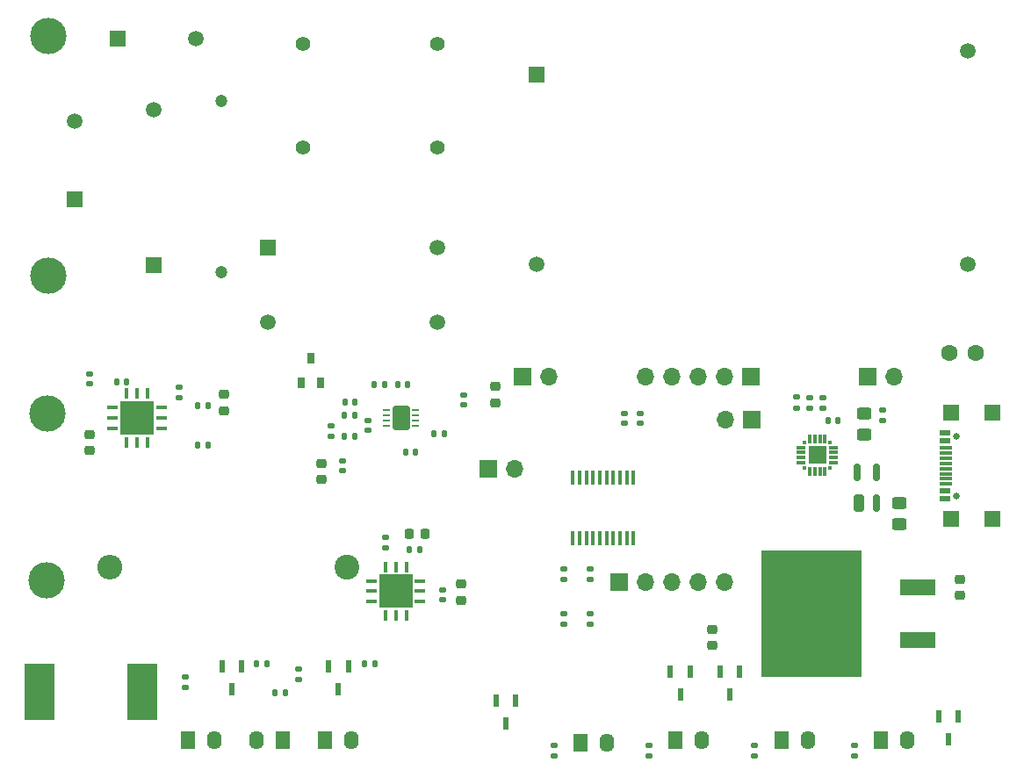
<source format=gbr>
%TF.GenerationSoftware,KiCad,Pcbnew,8.0.7-8.0.7-0~ubuntu24.04.1*%
%TF.CreationDate,2024-12-10T19:47:53+09:00*%
%TF.ProjectId,MRM5-tester,4d524d35-2d74-4657-9374-65722e6b6963,rev?*%
%TF.SameCoordinates,Original*%
%TF.FileFunction,Soldermask,Top*%
%TF.FilePolarity,Negative*%
%FSLAX46Y46*%
G04 Gerber Fmt 4.6, Leading zero omitted, Abs format (unit mm)*
G04 Created by KiCad (PCBNEW 8.0.7-8.0.7-0~ubuntu24.04.1) date 2024-12-10 19:47:53*
%MOMM*%
%LPD*%
G01*
G04 APERTURE LIST*
G04 Aperture macros list*
%AMRoundRect*
0 Rectangle with rounded corners*
0 $1 Rounding radius*
0 $2 $3 $4 $5 $6 $7 $8 $9 X,Y pos of 4 corners*
0 Add a 4 corners polygon primitive as box body*
4,1,4,$2,$3,$4,$5,$6,$7,$8,$9,$2,$3,0*
0 Add four circle primitives for the rounded corners*
1,1,$1+$1,$2,$3*
1,1,$1+$1,$4,$5*
1,1,$1+$1,$6,$7*
1,1,$1+$1,$8,$9*
0 Add four rect primitives between the rounded corners*
20,1,$1+$1,$2,$3,$4,$5,0*
20,1,$1+$1,$4,$5,$6,$7,0*
20,1,$1+$1,$6,$7,$8,$9,0*
20,1,$1+$1,$8,$9,$2,$3,0*%
G04 Aperture macros list end*
%ADD10R,0.450000X1.475000*%
%ADD11RoundRect,0.250000X0.450000X-0.325000X0.450000X0.325000X-0.450000X0.325000X-0.450000X-0.325000X0*%
%ADD12RoundRect,0.140000X-0.170000X0.140000X-0.170000X-0.140000X0.170000X-0.140000X0.170000X0.140000X0*%
%ADD13RoundRect,0.135000X0.135000X0.185000X-0.135000X0.185000X-0.135000X-0.185000X0.135000X-0.185000X0*%
%ADD14RoundRect,0.225000X-0.250000X0.225000X-0.250000X-0.225000X0.250000X-0.225000X0.250000X0.225000X0*%
%ADD15RoundRect,0.225000X0.250000X-0.225000X0.250000X0.225000X-0.250000X0.225000X-0.250000X-0.225000X0*%
%ADD16RoundRect,0.135000X-0.135000X-0.185000X0.135000X-0.185000X0.135000X0.185000X-0.135000X0.185000X0*%
%ADD17C,3.500000*%
%ADD18R,2.900000X5.400000*%
%ADD19RoundRect,0.250000X-0.450000X0.325000X-0.450000X-0.325000X0.450000X-0.325000X0.450000X0.325000X0*%
%ADD20R,1.700000X1.700000*%
%ADD21O,1.700000X1.700000*%
%ADD22R,1.500000X1.500000*%
%ADD23C,1.500000*%
%ADD24R,0.600000X1.150000*%
%ADD25RoundRect,0.140000X0.140000X0.170000X-0.140000X0.170000X-0.140000X-0.170000X0.140000X-0.170000X0*%
%ADD26R,1.400000X1.800000*%
%ADD27O,1.400000X1.800000*%
%ADD28RoundRect,0.062500X-0.287500X-0.062500X0.287500X-0.062500X0.287500X0.062500X-0.287500X0.062500X0*%
%ADD29RoundRect,0.250000X-0.580000X-0.940000X0.580000X-0.940000X0.580000X0.940000X-0.580000X0.940000X0*%
%ADD30RoundRect,0.135000X-0.185000X0.135000X-0.185000X-0.135000X0.185000X-0.135000X0.185000X0.135000X0*%
%ADD31RoundRect,0.135000X0.185000X-0.135000X0.185000X0.135000X-0.185000X0.135000X-0.185000X-0.135000X0*%
%ADD32RoundRect,0.140000X0.170000X-0.140000X0.170000X0.140000X-0.170000X0.140000X-0.170000X-0.140000X0*%
%ADD33RoundRect,0.140000X-0.140000X-0.170000X0.140000X-0.170000X0.140000X0.170000X-0.140000X0.170000X0*%
%ADD34RoundRect,0.250000X0.250000X-0.600000X0.250000X0.600000X-0.250000X0.600000X-0.250000X-0.600000X0*%
%ADD35RoundRect,0.150000X0.150000X-0.700000X0.150000X0.700000X-0.150000X0.700000X-0.150000X-0.700000X0*%
%ADD36R,1.050000X0.300000*%
%ADD37R,0.300000X1.050000*%
%ADD38R,3.220000X3.220000*%
%ADD39C,2.400000*%
%ADD40O,2.400000X2.400000*%
%ADD41R,0.700000X1.000000*%
%ADD42R,3.500000X1.600000*%
%ADD43R,9.750000X12.200000*%
%ADD44C,0.650000*%
%ADD45R,1.040000X0.600000*%
%ADD46R,1.150000X0.300000*%
%ADD47R,1.065000X0.600000*%
%ADD48RoundRect,0.225000X-0.225000X-0.250000X0.225000X-0.250000X0.225000X0.250000X-0.225000X0.250000X0*%
%ADD49C,1.200000*%
%ADD50C,1.600000*%
%ADD51R,0.300000X0.300000*%
%ADD52R,0.900000X0.300000*%
%ADD53R,0.300000X0.900000*%
%ADD54R,1.800000X1.800000*%
%ADD55C,1.400000*%
G04 APERTURE END LIST*
D10*
%TO.C,IC1*%
X162635000Y-109584000D03*
X161985000Y-109584000D03*
X161335000Y-109584000D03*
X160685000Y-109584000D03*
X160035000Y-109584000D03*
X159385000Y-109584000D03*
X158735000Y-109584000D03*
X158085000Y-109584000D03*
X157435000Y-109584000D03*
X156785000Y-109584000D03*
X156785000Y-115460000D03*
X157435000Y-115460000D03*
X158085000Y-115460000D03*
X158735000Y-115460000D03*
X159385000Y-115460000D03*
X160035000Y-115460000D03*
X160685000Y-115460000D03*
X161335000Y-115460000D03*
X161985000Y-115460000D03*
X162635000Y-115460000D03*
%TD*%
D11*
%TO.C,C3*%
X188214000Y-114052000D03*
X188214000Y-112002000D03*
%TD*%
D12*
%TO.C,C12*%
X144216000Y-120396000D03*
X144216000Y-121356000D03*
%TD*%
D13*
%TO.C,R23*%
X144422000Y-105362000D03*
X143402000Y-105362000D03*
%TD*%
D12*
%TO.C,C9*%
X134564000Y-107978000D03*
X134564000Y-108938000D03*
%TD*%
D14*
%TO.C,C24*%
X170180000Y-124206000D03*
X170180000Y-125756000D03*
%TD*%
D15*
%TO.C,C16*%
X149296000Y-102362000D03*
X149296000Y-100812000D03*
%TD*%
D16*
%TO.C,R20*%
X134766000Y-103584000D03*
X135786000Y-103584000D03*
%TD*%
D17*
%TO.C,P1*%
X106198000Y-67020000D03*
%TD*%
D18*
%TO.C,L1*%
X115250000Y-130250000D03*
X105350000Y-130250000D03*
%TD*%
D19*
%TO.C,C5*%
X184856000Y-103378000D03*
X184856000Y-105428000D03*
%TD*%
D16*
%TO.C,R13*%
X128014000Y-130302000D03*
X129034000Y-130302000D03*
%TD*%
D13*
%TO.C,R18*%
X135786000Y-105616000D03*
X134766000Y-105616000D03*
%TD*%
D20*
%TO.C,J7*%
X161234000Y-119634000D03*
D21*
X163774000Y-119634000D03*
X166314000Y-119634000D03*
X168854000Y-119634000D03*
X171394000Y-119634000D03*
%TD*%
D20*
%TO.C,J5*%
X185166000Y-99822000D03*
D21*
X187706000Y-99822000D03*
%TD*%
D22*
%TO.C,RT1*%
X112922000Y-67274000D03*
D23*
X120422000Y-67274000D03*
%TD*%
D20*
%TO.C,J6*%
X173934000Y-99822000D03*
D21*
X171394000Y-99822000D03*
X168854000Y-99822000D03*
X166314000Y-99822000D03*
X163774000Y-99822000D03*
%TD*%
D24*
%TO.C,Q4*%
X151252000Y-131064000D03*
X149352000Y-131064000D03*
X150302000Y-133264000D03*
%TD*%
D25*
%TO.C,C10*%
X141984000Y-116550000D03*
X141024000Y-116550000D03*
%TD*%
D26*
%TO.C,LED7*%
X119634000Y-134874000D03*
D27*
X122174000Y-134874000D03*
%TD*%
D22*
%TO.C,PS1*%
X153250000Y-70750000D03*
D23*
X153250000Y-89050000D03*
X194850000Y-68450000D03*
X194850000Y-89050000D03*
%TD*%
D26*
%TO.C,LED2*%
X176868666Y-134874000D03*
D27*
X179408666Y-134874000D03*
%TD*%
D28*
%TO.C,U2*%
X138834000Y-103100000D03*
X138834000Y-103600000D03*
X138834000Y-104100000D03*
X138834000Y-104600000D03*
X141634000Y-104600000D03*
X141634000Y-104100000D03*
X141634000Y-103600000D03*
X141634000Y-103100000D03*
D29*
X140234000Y-103850000D03*
%TD*%
D14*
%TO.C,C23*%
X110180000Y-105397000D03*
X110180000Y-106947000D03*
%TD*%
D30*
%TO.C,R5*%
X155900000Y-122682000D03*
X155900000Y-123702000D03*
%TD*%
D20*
%TO.C,J4*%
X151892000Y-99822000D03*
D21*
X154432000Y-99822000D03*
%TD*%
D26*
%TO.C,LED1*%
X186436000Y-134874000D03*
D27*
X188976000Y-134874000D03*
%TD*%
D16*
%TO.C,R27*%
X120590000Y-106426000D03*
X121610000Y-106426000D03*
%TD*%
D26*
%TO.C,LED6*%
X132842000Y-134874000D03*
D27*
X135382000Y-134874000D03*
%TD*%
D31*
%TO.C,R15*%
X130302000Y-129036000D03*
X130302000Y-128016000D03*
%TD*%
D30*
%TO.C,R10*%
X179578000Y-101840000D03*
X179578000Y-102860000D03*
%TD*%
D32*
%TO.C,C1*%
X163266000Y-104338000D03*
X163266000Y-103378000D03*
%TD*%
D20*
%TO.C,J2*%
X148585000Y-108712000D03*
D21*
X151125000Y-108712000D03*
%TD*%
D32*
%TO.C,C7*%
X137025000Y-105052000D03*
X137025000Y-104092000D03*
%TD*%
D33*
%TO.C,C18*%
X139898000Y-100584000D03*
X140858000Y-100584000D03*
%TD*%
D16*
%TO.C,R22*%
X137612000Y-100584000D03*
X138632000Y-100584000D03*
%TD*%
D24*
%TO.C,Q2*%
X172842000Y-128270000D03*
X170942000Y-128270000D03*
X171892000Y-130470000D03*
%TD*%
D14*
%TO.C,C19*%
X194056000Y-119380000D03*
X194056000Y-120930000D03*
%TD*%
D33*
%TO.C,C17*%
X140640000Y-107140000D03*
X141600000Y-107140000D03*
%TD*%
D30*
%TO.C,R7*%
X155900000Y-118364000D03*
X155900000Y-119384000D03*
%TD*%
D15*
%TO.C,C15*%
X145994000Y-121412000D03*
X145994000Y-119862000D03*
%TD*%
D30*
%TO.C,R1*%
X158440000Y-122682000D03*
X158440000Y-123702000D03*
%TD*%
D34*
%TO.C,D1*%
X184350000Y-112062000D03*
D35*
X186050000Y-112062000D03*
X186050000Y-109062000D03*
X184150000Y-109062000D03*
%TD*%
D17*
%TO.C,P4*%
X106116000Y-103378000D03*
%TD*%
D30*
%TO.C,R8*%
X154940000Y-135382000D03*
X154940000Y-136402000D03*
%TD*%
D33*
%TO.C,C13*%
X134826000Y-102314000D03*
X135786000Y-102314000D03*
%TD*%
D36*
%TO.C,IC2*%
X142060000Y-121550000D03*
X142060000Y-120550000D03*
X142060000Y-119550000D03*
D37*
X140710000Y-118200000D03*
X139710000Y-118200000D03*
X138710000Y-118200000D03*
D36*
X137360000Y-119550000D03*
X137360000Y-120550000D03*
X137360000Y-121550000D03*
D37*
X138710000Y-122900000D03*
X139710000Y-122900000D03*
X140710000Y-122900000D03*
D38*
X139710000Y-120550000D03*
%TD*%
D39*
%TO.C,R24*%
X135000000Y-118250000D03*
D40*
X112140000Y-118250000D03*
%TD*%
D32*
%TO.C,C25*%
X110180000Y-100556000D03*
X110180000Y-99596000D03*
%TD*%
D41*
%TO.C,D2*%
X130566000Y-100444000D03*
X132466000Y-100444000D03*
X131516000Y-98044000D03*
%TD*%
D22*
%TO.C,T1*%
X127408000Y-87376000D03*
D23*
X127408000Y-94576000D03*
X143708000Y-87376000D03*
X143708000Y-94576000D03*
%TD*%
D33*
%TO.C,C21*%
X112776000Y-100330000D03*
X113736000Y-100330000D03*
%TD*%
D26*
%TO.C,LED3*%
X166624000Y-134874000D03*
D27*
X169164000Y-134874000D03*
%TD*%
D30*
%TO.C,R21*%
X138684000Y-115312000D03*
X138684000Y-116332000D03*
%TD*%
D31*
%TO.C,R16*%
X119380000Y-129798000D03*
X119380000Y-128778000D03*
%TD*%
D42*
%TO.C,IC3*%
X190019500Y-125222000D03*
X190019500Y-120142000D03*
D43*
X179744500Y-122682000D03*
%TD*%
D12*
%TO.C,C14*%
X146248000Y-101600000D03*
X146248000Y-102560000D03*
%TD*%
D30*
%TO.C,R6*%
X164084000Y-135382000D03*
X164084000Y-136402000D03*
%TD*%
D26*
%TO.C,LED5*%
X128778000Y-134874000D03*
D27*
X126238000Y-134874000D03*
%TD*%
D20*
%TO.C,J1*%
X174000000Y-104000000D03*
D21*
X171460000Y-104000000D03*
%TD*%
D30*
%TO.C,R3*%
X158440000Y-118364000D03*
X158440000Y-119384000D03*
%TD*%
D44*
%TO.C,J3*%
X193773000Y-111348000D03*
X193773000Y-105568000D03*
D45*
X192643000Y-111658000D03*
X192643000Y-110858000D03*
D46*
X192698000Y-109708000D03*
X192698000Y-108708000D03*
X192698000Y-108208000D03*
X192698000Y-107208000D03*
D47*
X192655500Y-106058000D03*
X192655500Y-105258000D03*
D46*
X192698000Y-106708000D03*
X192698000Y-107708000D03*
X192698000Y-109208000D03*
X192698000Y-110208000D03*
D22*
X193273000Y-113578000D03*
X193273000Y-103338000D03*
X197203000Y-113578000D03*
X197203000Y-103338000D03*
%TD*%
D31*
%TO.C,R19*%
X133500000Y-105618000D03*
X133500000Y-104598000D03*
%TD*%
D48*
%TO.C,C8*%
X140996000Y-115026000D03*
X142546000Y-115026000D03*
%TD*%
D17*
%TO.C,P2*%
X106198000Y-90134000D03*
%TD*%
D24*
%TO.C,Q3*%
X168082000Y-128270000D03*
X166182000Y-128270000D03*
X167132000Y-130470000D03*
%TD*%
D30*
%TO.C,R4*%
X174244000Y-135382000D03*
X174244000Y-136402000D03*
%TD*%
D31*
%TO.C,R9*%
X180848000Y-102860000D03*
X180848000Y-101840000D03*
%TD*%
D49*
%TO.C,R17*%
X122880000Y-73284000D03*
X122880000Y-89784000D03*
%TD*%
D22*
%TO.C,RV1*%
X108758000Y-82708000D03*
D23*
X108758000Y-75208000D03*
%TD*%
D14*
%TO.C,C22*%
X123134000Y-101574000D03*
X123134000Y-103124000D03*
%TD*%
D16*
%TO.C,R25*%
X120594000Y-102616000D03*
X121614000Y-102616000D03*
%TD*%
D12*
%TO.C,C6*%
X186634000Y-103103000D03*
X186634000Y-104063000D03*
%TD*%
D31*
%TO.C,R11*%
X178308000Y-102858000D03*
X178308000Y-101838000D03*
%TD*%
D15*
%TO.C,C11*%
X132532000Y-109754000D03*
X132532000Y-108204000D03*
%TD*%
D32*
%TO.C,C2*%
X161742000Y-104338000D03*
X161742000Y-103378000D03*
%TD*%
D30*
%TO.C,R2*%
X183896000Y-135382000D03*
X183896000Y-136402000D03*
%TD*%
D24*
%TO.C,Q6*%
X135128000Y-127762000D03*
X133228000Y-127762000D03*
X134178000Y-129962000D03*
%TD*%
%TO.C,Q1*%
X193924000Y-132588000D03*
X192024000Y-132588000D03*
X192974000Y-134788000D03*
%TD*%
D50*
%TO.C,C26*%
X193080000Y-97524000D03*
X195580000Y-97524000D03*
%TD*%
D30*
%TO.C,R26*%
X118816000Y-100834000D03*
X118816000Y-101854000D03*
%TD*%
D25*
%TO.C,C4*%
X182344000Y-104119000D03*
X181384000Y-104119000D03*
%TD*%
D17*
%TO.C,P3*%
X106000000Y-119500000D03*
%TD*%
D22*
%TO.C,C20*%
X116358000Y-89132000D03*
D23*
X116358000Y-74132000D03*
%TD*%
D51*
%TO.C,U1*%
X181590000Y-108671000D03*
D52*
X181890000Y-108171000D03*
X181890000Y-107671000D03*
X181890000Y-107171000D03*
X181890000Y-106671000D03*
D51*
X181590000Y-106171000D03*
D53*
X181090000Y-105871000D03*
X180590000Y-105871000D03*
X180090000Y-105871000D03*
X179590000Y-105871000D03*
D51*
X179090000Y-106171000D03*
D52*
X178790000Y-106671000D03*
X178790000Y-107171000D03*
X178790000Y-107671000D03*
X178790000Y-108171000D03*
D51*
X179090000Y-108671000D03*
D53*
X179590000Y-108971000D03*
X180090000Y-108971000D03*
X180590000Y-108971000D03*
X181090000Y-108971000D03*
D54*
X180340000Y-107421000D03*
%TD*%
D16*
%TO.C,R12*%
X126238000Y-127508000D03*
X127258000Y-127508000D03*
%TD*%
%TO.C,R14*%
X136648000Y-127508000D03*
X137668000Y-127508000D03*
%TD*%
D26*
%TO.C,LED4*%
X157480000Y-135128000D03*
D27*
X160020000Y-135128000D03*
%TD*%
D55*
%TO.C,FL1*%
X130750000Y-67750000D03*
X130750000Y-77750000D03*
X143750000Y-77750000D03*
X143750000Y-67750000D03*
%TD*%
D24*
%TO.C,Q5*%
X124836000Y-127762000D03*
X122936000Y-127762000D03*
X123886000Y-129962000D03*
%TD*%
D36*
%TO.C,IC4*%
X112420000Y-102850000D03*
X112420000Y-103850000D03*
X112420000Y-104850000D03*
D37*
X113770000Y-106200000D03*
X114770000Y-106200000D03*
X115770000Y-106200000D03*
D36*
X117120000Y-104850000D03*
X117120000Y-103850000D03*
X117120000Y-102850000D03*
D37*
X115770000Y-101500000D03*
X114770000Y-101500000D03*
X113770000Y-101500000D03*
D38*
X114770000Y-103850000D03*
%TD*%
M02*

</source>
